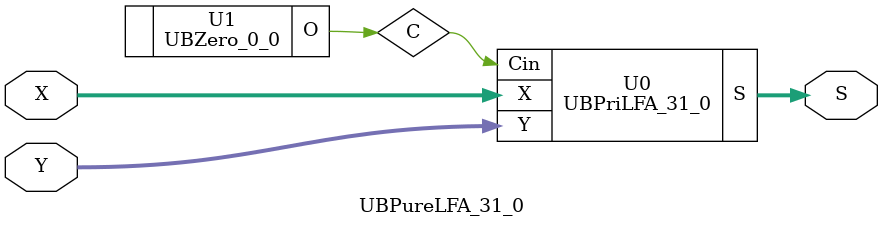
<source format=v>
/*----------------------------------------------------------------------------
  Copyright (c) 2021 Homma laboratory. All rights reserved.

  Top module: UBLFA_31_0_15_0

  Operand-1 length: 32
  Operand-2 length: 16
  Two-operand addition algorithm: Ladner-Fischer adder
----------------------------------------------------------------------------*/

module UB1DCON_0(O, I);
  output O;
  input I;
  assign O = I;
endmodule

module UB1DCON_1(O, I);
  output O;
  input I;
  assign O = I;
endmodule

module UB1DCON_2(O, I);
  output O;
  input I;
  assign O = I;
endmodule

module UB1DCON_3(O, I);
  output O;
  input I;
  assign O = I;
endmodule

module UB1DCON_4(O, I);
  output O;
  input I;
  assign O = I;
endmodule

module UB1DCON_5(O, I);
  output O;
  input I;
  assign O = I;
endmodule

module UB1DCON_6(O, I);
  output O;
  input I;
  assign O = I;
endmodule

module UB1DCON_7(O, I);
  output O;
  input I;
  assign O = I;
endmodule

module UB1DCON_8(O, I);
  output O;
  input I;
  assign O = I;
endmodule

module UB1DCON_9(O, I);
  output O;
  input I;
  assign O = I;
endmodule

module UB1DCON_10(O, I);
  output O;
  input I;
  assign O = I;
endmodule

module UB1DCON_11(O, I);
  output O;
  input I;
  assign O = I;
endmodule

module UB1DCON_12(O, I);
  output O;
  input I;
  assign O = I;
endmodule

module UB1DCON_13(O, I);
  output O;
  input I;
  assign O = I;
endmodule

module UB1DCON_14(O, I);
  output O;
  input I;
  assign O = I;
endmodule

module UB1DCON_15(O, I);
  output O;
  input I;
  assign O = I;
endmodule

module UBZero_31_16(O);
  output [31:16] O;
  assign O[16] = 0;
  assign O[17] = 0;
  assign O[18] = 0;
  assign O[19] = 0;
  assign O[20] = 0;
  assign O[21] = 0;
  assign O[22] = 0;
  assign O[23] = 0;
  assign O[24] = 0;
  assign O[25] = 0;
  assign O[26] = 0;
  assign O[27] = 0;
  assign O[28] = 0;
  assign O[29] = 0;
  assign O[30] = 0;
  assign O[31] = 0;
endmodule

module GPGenerator(Go, Po, A, B);
  output Go;
  output Po;
  input A;
  input B;
  assign Go = A & B;
  assign Po = A ^ B;
endmodule

module CarryOperator(Go, Po, Gi1, Pi1, Gi2, Pi2);
  output Go;
  output Po;
  input Gi1;
  input Gi2;
  input Pi1;
  input Pi2;
  assign Go = Gi1 | ( Gi2 & Pi1 );
  assign Po = Pi1 & Pi2;
endmodule

module UBPriLFA_31_0(S, X, Y, Cin);
  output [32:0] S;
  input Cin;
  input [31:0] X;
  input [31:0] Y;
  wire [31:0] G0;
  wire [31:0] G1;
  wire [31:0] G2;
  wire [31:0] G3;
  wire [31:0] G4;
  wire [31:0] G5;
  wire [31:0] P0;
  wire [31:0] P1;
  wire [31:0] P2;
  wire [31:0] P3;
  wire [31:0] P4;
  wire [31:0] P5;
  assign P1[0] = P0[0];
  assign G1[0] = G0[0];
  assign P1[2] = P0[2];
  assign G1[2] = G0[2];
  assign P1[4] = P0[4];
  assign G1[4] = G0[4];
  assign P1[6] = P0[6];
  assign G1[6] = G0[6];
  assign P1[8] = P0[8];
  assign G1[8] = G0[8];
  assign P1[10] = P0[10];
  assign G1[10] = G0[10];
  assign P1[12] = P0[12];
  assign G1[12] = G0[12];
  assign P1[14] = P0[14];
  assign G1[14] = G0[14];
  assign P1[16] = P0[16];
  assign G1[16] = G0[16];
  assign P1[18] = P0[18];
  assign G1[18] = G0[18];
  assign P1[20] = P0[20];
  assign G1[20] = G0[20];
  assign P1[22] = P0[22];
  assign G1[22] = G0[22];
  assign P1[24] = P0[24];
  assign G1[24] = G0[24];
  assign P1[26] = P0[26];
  assign G1[26] = G0[26];
  assign P1[28] = P0[28];
  assign G1[28] = G0[28];
  assign P1[30] = P0[30];
  assign G1[30] = G0[30];
  assign P2[0] = P1[0];
  assign G2[0] = G1[0];
  assign P2[1] = P1[1];
  assign G2[1] = G1[1];
  assign P2[4] = P1[4];
  assign G2[4] = G1[4];
  assign P2[5] = P1[5];
  assign G2[5] = G1[5];
  assign P2[8] = P1[8];
  assign G2[8] = G1[8];
  assign P2[9] = P1[9];
  assign G2[9] = G1[9];
  assign P2[12] = P1[12];
  assign G2[12] = G1[12];
  assign P2[13] = P1[13];
  assign G2[13] = G1[13];
  assign P2[16] = P1[16];
  assign G2[16] = G1[16];
  assign P2[17] = P1[17];
  assign G2[17] = G1[17];
  assign P2[20] = P1[20];
  assign G2[20] = G1[20];
  assign P2[21] = P1[21];
  assign G2[21] = G1[21];
  assign P2[24] = P1[24];
  assign G2[24] = G1[24];
  assign P2[25] = P1[25];
  assign G2[25] = G1[25];
  assign P2[28] = P1[28];
  assign G2[28] = G1[28];
  assign P2[29] = P1[29];
  assign G2[29] = G1[29];
  assign P3[0] = P2[0];
  assign G3[0] = G2[0];
  assign P3[1] = P2[1];
  assign G3[1] = G2[1];
  assign P3[2] = P2[2];
  assign G3[2] = G2[2];
  assign P3[3] = P2[3];
  assign G3[3] = G2[3];
  assign P3[8] = P2[8];
  assign G3[8] = G2[8];
  assign P3[9] = P2[9];
  assign G3[9] = G2[9];
  assign P3[10] = P2[10];
  assign G3[10] = G2[10];
  assign P3[11] = P2[11];
  assign G3[11] = G2[11];
  assign P3[16] = P2[16];
  assign G3[16] = G2[16];
  assign P3[17] = P2[17];
  assign G3[17] = G2[17];
  assign P3[18] = P2[18];
  assign G3[18] = G2[18];
  assign P3[19] = P2[19];
  assign G3[19] = G2[19];
  assign P3[24] = P2[24];
  assign G3[24] = G2[24];
  assign P3[25] = P2[25];
  assign G3[25] = G2[25];
  assign P3[26] = P2[26];
  assign G3[26] = G2[26];
  assign P3[27] = P2[27];
  assign G3[27] = G2[27];
  assign P4[0] = P3[0];
  assign G4[0] = G3[0];
  assign P4[1] = P3[1];
  assign G4[1] = G3[1];
  assign P4[2] = P3[2];
  assign G4[2] = G3[2];
  assign P4[3] = P3[3];
  assign G4[3] = G3[3];
  assign P4[4] = P3[4];
  assign G4[4] = G3[4];
  assign P4[5] = P3[5];
  assign G4[5] = G3[5];
  assign P4[6] = P3[6];
  assign G4[6] = G3[6];
  assign P4[7] = P3[7];
  assign G4[7] = G3[7];
  assign P4[16] = P3[16];
  assign G4[16] = G3[16];
  assign P4[17] = P3[17];
  assign G4[17] = G3[17];
  assign P4[18] = P3[18];
  assign G4[18] = G3[18];
  assign P4[19] = P3[19];
  assign G4[19] = G3[19];
  assign P4[20] = P3[20];
  assign G4[20] = G3[20];
  assign P4[21] = P3[21];
  assign G4[21] = G3[21];
  assign P4[22] = P3[22];
  assign G4[22] = G3[22];
  assign P4[23] = P3[23];
  assign G4[23] = G3[23];
  assign P5[0] = P4[0];
  assign G5[0] = G4[0];
  assign P5[1] = P4[1];
  assign G5[1] = G4[1];
  assign P5[2] = P4[2];
  assign G5[2] = G4[2];
  assign P5[3] = P4[3];
  assign G5[3] = G4[3];
  assign P5[4] = P4[4];
  assign G5[4] = G4[4];
  assign P5[5] = P4[5];
  assign G5[5] = G4[5];
  assign P5[6] = P4[6];
  assign G5[6] = G4[6];
  assign P5[7] = P4[7];
  assign G5[7] = G4[7];
  assign P5[8] = P4[8];
  assign G5[8] = G4[8];
  assign P5[9] = P4[9];
  assign G5[9] = G4[9];
  assign P5[10] = P4[10];
  assign G5[10] = G4[10];
  assign P5[11] = P4[11];
  assign G5[11] = G4[11];
  assign P5[12] = P4[12];
  assign G5[12] = G4[12];
  assign P5[13] = P4[13];
  assign G5[13] = G4[13];
  assign P5[14] = P4[14];
  assign G5[14] = G4[14];
  assign P5[15] = P4[15];
  assign G5[15] = G4[15];
  assign S[0] = Cin ^ P0[0];
  assign S[1] = ( G5[0] | ( P5[0] & Cin ) ) ^ P0[1];
  assign S[2] = ( G5[1] | ( P5[1] & Cin ) ) ^ P0[2];
  assign S[3] = ( G5[2] | ( P5[2] & Cin ) ) ^ P0[3];
  assign S[4] = ( G5[3] | ( P5[3] & Cin ) ) ^ P0[4];
  assign S[5] = ( G5[4] | ( P5[4] & Cin ) ) ^ P0[5];
  assign S[6] = ( G5[5] | ( P5[5] & Cin ) ) ^ P0[6];
  assign S[7] = ( G5[6] | ( P5[6] & Cin ) ) ^ P0[7];
  assign S[8] = ( G5[7] | ( P5[7] & Cin ) ) ^ P0[8];
  assign S[9] = ( G5[8] | ( P5[8] & Cin ) ) ^ P0[9];
  assign S[10] = ( G5[9] | ( P5[9] & Cin ) ) ^ P0[10];
  assign S[11] = ( G5[10] | ( P5[10] & Cin ) ) ^ P0[11];
  assign S[12] = ( G5[11] | ( P5[11] & Cin ) ) ^ P0[12];
  assign S[13] = ( G5[12] | ( P5[12] & Cin ) ) ^ P0[13];
  assign S[14] = ( G5[13] | ( P5[13] & Cin ) ) ^ P0[14];
  assign S[15] = ( G5[14] | ( P5[14] & Cin ) ) ^ P0[15];
  assign S[16] = ( G5[15] | ( P5[15] & Cin ) ) ^ P0[16];
  assign S[17] = ( G5[16] | ( P5[16] & Cin ) ) ^ P0[17];
  assign S[18] = ( G5[17] | ( P5[17] & Cin ) ) ^ P0[18];
  assign S[19] = ( G5[18] | ( P5[18] & Cin ) ) ^ P0[19];
  assign S[20] = ( G5[19] | ( P5[19] & Cin ) ) ^ P0[20];
  assign S[21] = ( G5[20] | ( P5[20] & Cin ) ) ^ P0[21];
  assign S[22] = ( G5[21] | ( P5[21] & Cin ) ) ^ P0[22];
  assign S[23] = ( G5[22] | ( P5[22] & Cin ) ) ^ P0[23];
  assign S[24] = ( G5[23] | ( P5[23] & Cin ) ) ^ P0[24];
  assign S[25] = ( G5[24] | ( P5[24] & Cin ) ) ^ P0[25];
  assign S[26] = ( G5[25] | ( P5[25] & Cin ) ) ^ P0[26];
  assign S[27] = ( G5[26] | ( P5[26] & Cin ) ) ^ P0[27];
  assign S[28] = ( G5[27] | ( P5[27] & Cin ) ) ^ P0[28];
  assign S[29] = ( G5[28] | ( P5[28] & Cin ) ) ^ P0[29];
  assign S[30] = ( G5[29] | ( P5[29] & Cin ) ) ^ P0[30];
  assign S[31] = ( G5[30] | ( P5[30] & Cin ) ) ^ P0[31];
  assign S[32] = G5[31] | ( P5[31] & Cin );
  GPGenerator U0 (G0[0], P0[0], X[0], Y[0]);
  GPGenerator U1 (G0[1], P0[1], X[1], Y[1]);
  GPGenerator U2 (G0[2], P0[2], X[2], Y[2]);
  GPGenerator U3 (G0[3], P0[3], X[3], Y[3]);
  GPGenerator U4 (G0[4], P0[4], X[4], Y[4]);
  GPGenerator U5 (G0[5], P0[5], X[5], Y[5]);
  GPGenerator U6 (G0[6], P0[6], X[6], Y[6]);
  GPGenerator U7 (G0[7], P0[7], X[7], Y[7]);
  GPGenerator U8 (G0[8], P0[8], X[8], Y[8]);
  GPGenerator U9 (G0[9], P0[9], X[9], Y[9]);
  GPGenerator U10 (G0[10], P0[10], X[10], Y[10]);
  GPGenerator U11 (G0[11], P0[11], X[11], Y[11]);
  GPGenerator U12 (G0[12], P0[12], X[12], Y[12]);
  GPGenerator U13 (G0[13], P0[13], X[13], Y[13]);
  GPGenerator U14 (G0[14], P0[14], X[14], Y[14]);
  GPGenerator U15 (G0[15], P0[15], X[15], Y[15]);
  GPGenerator U16 (G0[16], P0[16], X[16], Y[16]);
  GPGenerator U17 (G0[17], P0[17], X[17], Y[17]);
  GPGenerator U18 (G0[18], P0[18], X[18], Y[18]);
  GPGenerator U19 (G0[19], P0[19], X[19], Y[19]);
  GPGenerator U20 (G0[20], P0[20], X[20], Y[20]);
  GPGenerator U21 (G0[21], P0[21], X[21], Y[21]);
  GPGenerator U22 (G0[22], P0[22], X[22], Y[22]);
  GPGenerator U23 (G0[23], P0[23], X[23], Y[23]);
  GPGenerator U24 (G0[24], P0[24], X[24], Y[24]);
  GPGenerator U25 (G0[25], P0[25], X[25], Y[25]);
  GPGenerator U26 (G0[26], P0[26], X[26], Y[26]);
  GPGenerator U27 (G0[27], P0[27], X[27], Y[27]);
  GPGenerator U28 (G0[28], P0[28], X[28], Y[28]);
  GPGenerator U29 (G0[29], P0[29], X[29], Y[29]);
  GPGenerator U30 (G0[30], P0[30], X[30], Y[30]);
  GPGenerator U31 (G0[31], P0[31], X[31], Y[31]);
  CarryOperator U32 (G1[1], P1[1], G0[1], P0[1], G0[0], P0[0]);
  CarryOperator U33 (G1[3], P1[3], G0[3], P0[3], G0[2], P0[2]);
  CarryOperator U34 (G1[5], P1[5], G0[5], P0[5], G0[4], P0[4]);
  CarryOperator U35 (G1[7], P1[7], G0[7], P0[7], G0[6], P0[6]);
  CarryOperator U36 (G1[9], P1[9], G0[9], P0[9], G0[8], P0[8]);
  CarryOperator U37 (G1[11], P1[11], G0[11], P0[11], G0[10], P0[10]);
  CarryOperator U38 (G1[13], P1[13], G0[13], P0[13], G0[12], P0[12]);
  CarryOperator U39 (G1[15], P1[15], G0[15], P0[15], G0[14], P0[14]);
  CarryOperator U40 (G1[17], P1[17], G0[17], P0[17], G0[16], P0[16]);
  CarryOperator U41 (G1[19], P1[19], G0[19], P0[19], G0[18], P0[18]);
  CarryOperator U42 (G1[21], P1[21], G0[21], P0[21], G0[20], P0[20]);
  CarryOperator U43 (G1[23], P1[23], G0[23], P0[23], G0[22], P0[22]);
  CarryOperator U44 (G1[25], P1[25], G0[25], P0[25], G0[24], P0[24]);
  CarryOperator U45 (G1[27], P1[27], G0[27], P0[27], G0[26], P0[26]);
  CarryOperator U46 (G1[29], P1[29], G0[29], P0[29], G0[28], P0[28]);
  CarryOperator U47 (G1[31], P1[31], G0[31], P0[31], G0[30], P0[30]);
  CarryOperator U48 (G2[2], P2[2], G1[2], P1[2], G1[1], P1[1]);
  CarryOperator U49 (G2[3], P2[3], G1[3], P1[3], G1[1], P1[1]);
  CarryOperator U50 (G2[6], P2[6], G1[6], P1[6], G1[5], P1[5]);
  CarryOperator U51 (G2[7], P2[7], G1[7], P1[7], G1[5], P1[5]);
  CarryOperator U52 (G2[10], P2[10], G1[10], P1[10], G1[9], P1[9]);
  CarryOperator U53 (G2[11], P2[11], G1[11], P1[11], G1[9], P1[9]);
  CarryOperator U54 (G2[14], P2[14], G1[14], P1[14], G1[13], P1[13]);
  CarryOperator U55 (G2[15], P2[15], G1[15], P1[15], G1[13], P1[13]);
  CarryOperator U56 (G2[18], P2[18], G1[18], P1[18], G1[17], P1[17]);
  CarryOperator U57 (G2[19], P2[19], G1[19], P1[19], G1[17], P1[17]);
  CarryOperator U58 (G2[22], P2[22], G1[22], P1[22], G1[21], P1[21]);
  CarryOperator U59 (G2[23], P2[23], G1[23], P1[23], G1[21], P1[21]);
  CarryOperator U60 (G2[26], P2[26], G1[26], P1[26], G1[25], P1[25]);
  CarryOperator U61 (G2[27], P2[27], G1[27], P1[27], G1[25], P1[25]);
  CarryOperator U62 (G2[30], P2[30], G1[30], P1[30], G1[29], P1[29]);
  CarryOperator U63 (G2[31], P2[31], G1[31], P1[31], G1[29], P1[29]);
  CarryOperator U64 (G3[4], P3[4], G2[4], P2[4], G2[3], P2[3]);
  CarryOperator U65 (G3[5], P3[5], G2[5], P2[5], G2[3], P2[3]);
  CarryOperator U66 (G3[6], P3[6], G2[6], P2[6], G2[3], P2[3]);
  CarryOperator U67 (G3[7], P3[7], G2[7], P2[7], G2[3], P2[3]);
  CarryOperator U68 (G3[12], P3[12], G2[12], P2[12], G2[11], P2[11]);
  CarryOperator U69 (G3[13], P3[13], G2[13], P2[13], G2[11], P2[11]);
  CarryOperator U70 (G3[14], P3[14], G2[14], P2[14], G2[11], P2[11]);
  CarryOperator U71 (G3[15], P3[15], G2[15], P2[15], G2[11], P2[11]);
  CarryOperator U72 (G3[20], P3[20], G2[20], P2[20], G2[19], P2[19]);
  CarryOperator U73 (G3[21], P3[21], G2[21], P2[21], G2[19], P2[19]);
  CarryOperator U74 (G3[22], P3[22], G2[22], P2[22], G2[19], P2[19]);
  CarryOperator U75 (G3[23], P3[23], G2[23], P2[23], G2[19], P2[19]);
  CarryOperator U76 (G3[28], P3[28], G2[28], P2[28], G2[27], P2[27]);
  CarryOperator U77 (G3[29], P3[29], G2[29], P2[29], G2[27], P2[27]);
  CarryOperator U78 (G3[30], P3[30], G2[30], P2[30], G2[27], P2[27]);
  CarryOperator U79 (G3[31], P3[31], G2[31], P2[31], G2[27], P2[27]);
  CarryOperator U80 (G4[8], P4[8], G3[8], P3[8], G3[7], P3[7]);
  CarryOperator U81 (G4[9], P4[9], G3[9], P3[9], G3[7], P3[7]);
  CarryOperator U82 (G4[10], P4[10], G3[10], P3[10], G3[7], P3[7]);
  CarryOperator U83 (G4[11], P4[11], G3[11], P3[11], G3[7], P3[7]);
  CarryOperator U84 (G4[12], P4[12], G3[12], P3[12], G3[7], P3[7]);
  CarryOperator U85 (G4[13], P4[13], G3[13], P3[13], G3[7], P3[7]);
  CarryOperator U86 (G4[14], P4[14], G3[14], P3[14], G3[7], P3[7]);
  CarryOperator U87 (G4[15], P4[15], G3[15], P3[15], G3[7], P3[7]);
  CarryOperator U88 (G4[24], P4[24], G3[24], P3[24], G3[23], P3[23]);
  CarryOperator U89 (G4[25], P4[25], G3[25], P3[25], G3[23], P3[23]);
  CarryOperator U90 (G4[26], P4[26], G3[26], P3[26], G3[23], P3[23]);
  CarryOperator U91 (G4[27], P4[27], G3[27], P3[27], G3[23], P3[23]);
  CarryOperator U92 (G4[28], P4[28], G3[28], P3[28], G3[23], P3[23]);
  CarryOperator U93 (G4[29], P4[29], G3[29], P3[29], G3[23], P3[23]);
  CarryOperator U94 (G4[30], P4[30], G3[30], P3[30], G3[23], P3[23]);
  CarryOperator U95 (G4[31], P4[31], G3[31], P3[31], G3[23], P3[23]);
  CarryOperator U96 (G5[16], P5[16], G4[16], P4[16], G4[15], P4[15]);
  CarryOperator U97 (G5[17], P5[17], G4[17], P4[17], G4[15], P4[15]);
  CarryOperator U98 (G5[18], P5[18], G4[18], P4[18], G4[15], P4[15]);
  CarryOperator U99 (G5[19], P5[19], G4[19], P4[19], G4[15], P4[15]);
  CarryOperator U100 (G5[20], P5[20], G4[20], P4[20], G4[15], P4[15]);
  CarryOperator U101 (G5[21], P5[21], G4[21], P4[21], G4[15], P4[15]);
  CarryOperator U102 (G5[22], P5[22], G4[22], P4[22], G4[15], P4[15]);
  CarryOperator U103 (G5[23], P5[23], G4[23], P4[23], G4[15], P4[15]);
  CarryOperator U104 (G5[24], P5[24], G4[24], P4[24], G4[15], P4[15]);
  CarryOperator U105 (G5[25], P5[25], G4[25], P4[25], G4[15], P4[15]);
  CarryOperator U106 (G5[26], P5[26], G4[26], P4[26], G4[15], P4[15]);
  CarryOperator U107 (G5[27], P5[27], G4[27], P4[27], G4[15], P4[15]);
  CarryOperator U108 (G5[28], P5[28], G4[28], P4[28], G4[15], P4[15]);
  CarryOperator U109 (G5[29], P5[29], G4[29], P4[29], G4[15], P4[15]);
  CarryOperator U110 (G5[30], P5[30], G4[30], P4[30], G4[15], P4[15]);
  CarryOperator U111 (G5[31], P5[31], G4[31], P4[31], G4[15], P4[15]);
endmodule

module UBZero_0_0(O);
  output [0:0] O;
  assign O[0] = 0;
endmodule

module UBCON_15_0 (O, I);
  output [15:0] O;
  input [15:0] I;
  UB1DCON_0 U0 (O[0], I[0]);
  UB1DCON_1 U1 (O[1], I[1]);
  UB1DCON_2 U2 (O[2], I[2]);
  UB1DCON_3 U3 (O[3], I[3]);
  UB1DCON_4 U4 (O[4], I[4]);
  UB1DCON_5 U5 (O[5], I[5]);
  UB1DCON_6 U6 (O[6], I[6]);
  UB1DCON_7 U7 (O[7], I[7]);
  UB1DCON_8 U8 (O[8], I[8]);
  UB1DCON_9 U9 (O[9], I[9]);
  UB1DCON_10 U10 (O[10], I[10]);
  UB1DCON_11 U11 (O[11], I[11]);
  UB1DCON_12 U12 (O[12], I[12]);
  UB1DCON_13 U13 (O[13], I[13]);
  UB1DCON_14 U14 (O[14], I[14]);
  UB1DCON_15 U15 (O[15], I[15]);
endmodule

module UBExtender_15_0_3000 (O, I);
  output [31:0] O;
  input [15:0] I;
  UBCON_15_0 U0 (O[15:0], I[15:0]);
  UBZero_31_16 U1 (O[31:16]);
endmodule

module UBLFA_31_0_15_0 (S, X, Y);
  output [32:0] S;
  input [31:0] X;
  input [15:0] Y;
  wire [31:0] Z;
  UBExtender_15_0_3000 U0 (Z[31:0], Y[15:0]);
  UBPureLFA_31_0 U1 (S[32:0], X[31:0], Z[31:0]);
endmodule

module UBPureLFA_31_0 (S, X, Y);
  output [32:0] S;
  input [31:0] X;
  input [31:0] Y;
  wire C;
  UBPriLFA_31_0 U0 (S, X, Y, C);
  UBZero_0_0 U1 (C);
endmodule


</source>
